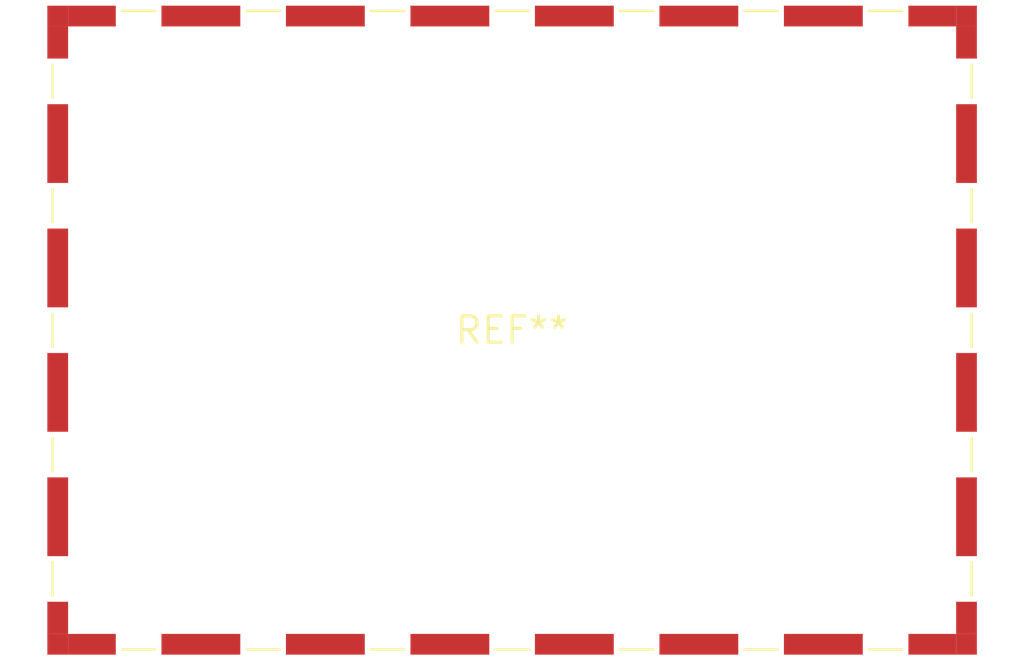
<source format=kicad_pcb>
(kicad_pcb (version 20240108) (generator pcbnew)
  (layers (0 "F.Cu" signal) (31 "B.Cu" signal) (34 "B.Paste" user) (35 "F.Paste" user) (36 "B.SilkS" user "B.Silkscreen") (37 "F.SilkS" user "F.Silkscreen") (38 "B.Mask" user) (39 "F.Mask" user) (44 "Edge.Cuts" user))
  (net 0 "")
  (footprint "Laird_Technologies_BMI-S-210-F_44.00x30.50mm" (layer "F.Cu") (at 0 0)
    (property "Reference" "REF**")
    (property "Value" "Laird_Technologies_BMI-S-210-F_44.00x30.50mm")
    (fp_line (start -22.15 -12.8) (end -22.15 -11.2) (layer "F.SilkS") (stroke (width 0.12)))
    (fp_line (start -22.15 -6.8) (end -22.15 -5.2) (layer "F.SilkS") (stroke (width 0.12)))
    (fp_line (start -22.15 -0.8) (end -22.15 0.8) (layer "F.SilkS") (stroke (width 0.12)))
    (fp_line (start -22.15 5.2) (end -22.15 6.8) (layer "F.SilkS") (stroke (width 0.12)))
    (fp_line (start -22.15 11.2) (end -22.15 12.8) (layer "F.SilkS") (stroke (width 0.12)))
    (fp_line (start -18.8 -15.4) (end -17.2 -15.4) (layer "F.SilkS") (stroke (width 0.12)))
    (fp_line (start -18.8 15.4) (end -17.2 15.4) (layer "F.SilkS") (stroke (width 0.12)))
    (fp_line (start -12.8 -15.4) (end -11.2 -15.4) (layer "F.SilkS") (stroke (width 0.12)))
    (fp_line (start -12.8 15.4) (end -11.2 15.4) (layer "F.SilkS") (stroke (width 0.12)))
    (fp_line (start -6.8 -15.4) (end -5.2 -15.4) (layer "F.SilkS") (stroke (width 0.12)))
    (fp_line (start -6.8 15.4) (end -5.2 15.4) (layer "F.SilkS") (stroke (width 0.12)))
    (fp_line (start -0.8 -15.4) (end 0.8 -15.4) (layer "F.SilkS") (stroke (width 0.12)))
    (fp_line (start -0.8 15.4) (end 0.8 15.4) (layer "F.SilkS") (stroke (width 0.12)))
    (fp_line (start 5.2 -15.4) (end 6.8 -15.4) (layer "F.SilkS") (stroke (width 0.12)))
    (fp_line (start 5.2 15.4) (end 6.8 15.4) (layer "F.SilkS") (stroke (width 0.12)))
    (fp_line (start 11.2 -15.4) (end 12.8 -15.4) (layer "F.SilkS") (stroke (width 0.12)))
    (fp_line (start 11.2 15.4) (end 12.8 15.4) (layer "F.SilkS") (stroke (width 0.12)))
    (fp_line (start 17.2 -15.4) (end 18.8 -15.4) (layer "F.SilkS") (stroke (width 0.12)))
    (fp_line (start 17.2 15.4) (end 18.8 15.4) (layer "F.SilkS") (stroke (width 0.12)))
    (fp_line (start 22.15 -12.8) (end 22.15 -11.2) (layer "F.SilkS") (stroke (width 0.12)))
    (fp_line (start 22.15 -6.8) (end 22.15 -5.2) (layer "F.SilkS") (stroke (width 0.12)))
    (fp_line (start 22.15 -0.8) (end 22.15 0.8) (layer "F.SilkS") (stroke (width 0.12)))
    (fp_line (start 22.15 5.2) (end 22.15 6.8) (layer "F.SilkS") (stroke (width 0.12)))
    (fp_line (start 22.15 11.2) (end 22.15 12.8) (layer "F.SilkS") (stroke (width 0.12)))
    (pad "1" smd rect (at -21.9 -15.15) (size 1 1) (layers "F.Cu" "F.Paste" "F.Mask"))
    (pad "1" smd rect (at -21.9 -13.875) (size 1 1.55) (layers "F.Cu" "F.Paste" "F.Mask"))
    (pad "1" smd rect (at -21.9 -9) (size 1 3.8) (layers "F.Cu" "F.Paste" "F.Mask"))
    (pad "1" smd rect (at -21.9 -3) (size 1 3.8) (layers "F.Cu" "F.Paste" "F.Mask"))
    (pad "1" smd rect (at -21.9 3) (size 1 3.8) (layers "F.Cu" "F.Paste" "F.Mask"))
    (pad "1" smd rect (at -21.9 9) (size 1 3.8) (layers "F.Cu" "F.Paste" "F.Mask"))
    (pad "1" smd rect (at -21.9 13.875) (size 1 1.55) (layers "F.Cu" "F.Paste" "F.Mask"))
    (pad "1" smd rect (at -21.9 15.15) (size 1 1) (layers "F.Cu" "F.Paste" "F.Mask"))
    (pad "1" smd rect (at -20.25 -15.15) (size 2.3 1) (layers "F.Cu" "F.Paste" "F.Mask"))
    (pad "1" smd rect (at -20.25 15.15) (size 2.3 1) (layers "F.Cu" "F.Paste" "F.Mask"))
    (pad "1" smd rect (at -15 -15.15) (size 3.8 1) (layers "F.Cu" "F.Paste" "F.Mask"))
    (pad "1" smd rect (at -15 15.15) (size 3.8 1) (layers "F.Cu" "F.Paste" "F.Mask"))
    (pad "1" smd rect (at -9 -15.15) (size 3.8 1) (layers "F.Cu" "F.Paste" "F.Mask"))
    (pad "1" smd rect (at -9 15.15) (size 3.8 1) (layers "F.Cu" "F.Paste" "F.Mask"))
    (pad "1" smd rect (at -3 -15.15) (size 3.8 1) (layers "F.Cu" "F.Paste" "F.Mask"))
    (pad "1" smd rect (at -3 15.15) (size 3.8 1) (layers "F.Cu" "F.Paste" "F.Mask"))
    (pad "1" smd rect (at 3 -15.15) (size 3.8 1) (layers "F.Cu" "F.Paste" "F.Mask"))
    (pad "1" smd rect (at 3 15.15) (size 3.8 1) (layers "F.Cu" "F.Paste" "F.Mask"))
    (pad "1" smd rect (at 9 -15.15) (size 3.8 1) (layers "F.Cu" "F.Paste" "F.Mask"))
    (pad "1" smd rect (at 9 15.15) (size 3.8 1) (layers "F.Cu" "F.Paste" "F.Mask"))
    (pad "1" smd rect (at 15 -15.15) (size 3.8 1) (layers "F.Cu" "F.Paste" "F.Mask"))
    (pad "1" smd rect (at 15 15.15) (size 3.8 1) (layers "F.Cu" "F.Paste" "F.Mask"))
    (pad "1" smd rect (at 20.25 -15.15) (size 2.3 1) (layers "F.Cu" "F.Paste" "F.Mask"))
    (pad "1" smd rect (at 20.25 15.15) (size 2.3 1) (layers "F.Cu" "F.Paste" "F.Mask"))
    (pad "1" smd rect (at 21.9 -15.15) (size 1 1) (layers "F.Cu" "F.Paste" "F.Mask"))
    (pad "1" smd rect (at 21.9 -13.875) (size 1 1.55) (layers "F.Cu" "F.Paste" "F.Mask"))
    (pad "1" smd rect (at 21.9 -9) (size 1 3.8) (layers "F.Cu" "F.Paste" "F.Mask"))
    (pad "1" smd rect (at 21.9 -3) (size 1 3.8) (layers "F.Cu" "F.Paste" "F.Mask"))
    (pad "1" smd rect (at 21.9 3) (size 1 3.8) (layers "F.Cu" "F.Paste" "F.Mask"))
    (pad "1" smd rect (at 21.9 9) (size 1 3.8) (layers "F.Cu" "F.Paste" "F.Mask"))
    (pad "1" smd rect (at 21.9 13.875) (size 1 1.55) (layers "F.Cu" "F.Paste" "F.Mask"))
    (pad "1" smd rect (at 21.9 15.15) (size 1 1) (layers "F.Cu" "F.Paste" "F.Mask"))
  )
)
</source>
